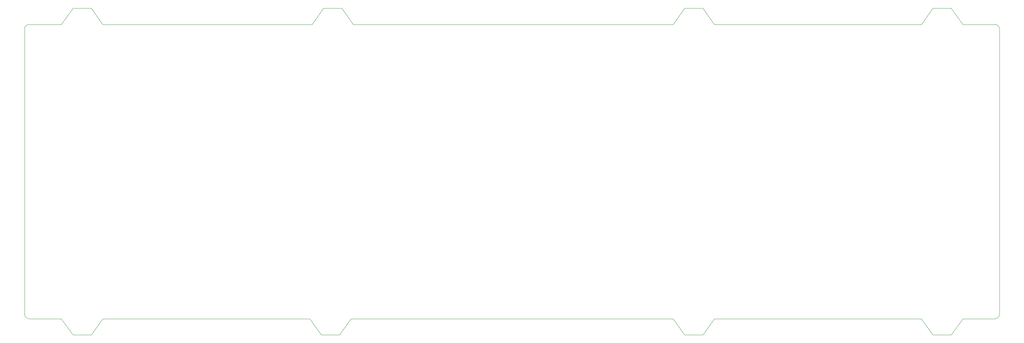
<source format=gbr>
G04 #@! TF.GenerationSoftware,KiCad,Pcbnew,(5.1.4-0)*
G04 #@! TF.CreationDate,2021-10-24T15:44:52-05:00*
G04 #@! TF.ProjectId,bottom_plate,626f7474-6f6d-45f7-906c-6174652e6b69,rev?*
G04 #@! TF.SameCoordinates,Original*
G04 #@! TF.FileFunction,Profile,NP*
%FSLAX46Y46*%
G04 Gerber Fmt 4.6, Leading zero omitted, Abs format (unit mm)*
G04 Created by KiCad (PCBNEW (5.1.4-0)) date 2021-10-24 15:44:52*
%MOMM*%
%LPD*%
G04 APERTURE LIST*
%ADD10C,0.050000*%
G04 APERTURE END LIST*
D10*
X317328058Y-36301704D02*
X322090562Y-36301704D01*
X325067122Y-40468888D02*
X322090741Y-36301704D01*
X314351506Y-40468888D02*
X317328058Y-36301704D01*
X397695186Y-40468952D02*
G75*
G02X398885810Y-41659576I0J-1190624D01*
G01*
X398885810Y-115478264D02*
G75*
G02X397695186Y-116668888I-1190624J0D01*
G01*
X147664146Y-116668888D02*
G75*
G02X146473522Y-115478264I0J1190624D01*
G01*
X146473522Y-41659576D02*
G75*
G02X147664146Y-40468952I1190624J0D01*
G01*
X166714130Y-116668952D02*
X163737375Y-120836072D01*
X155998514Y-116668888D02*
X158974871Y-120836072D01*
X163737375Y-120836072D02*
X158974871Y-120836072D01*
X231007826Y-116668952D02*
X228031266Y-120836072D01*
X220292210Y-116668888D02*
X223268675Y-120836072D01*
X228031179Y-120836072D02*
X223268675Y-120836072D01*
X325067122Y-116668888D02*
X322090633Y-120836072D01*
X314351506Y-116668888D02*
X317328066Y-120836072D01*
X322090570Y-120836072D02*
X317328066Y-120836072D01*
X389360818Y-116668952D02*
X386384258Y-120836072D01*
X378645202Y-116668888D02*
X381621754Y-120836072D01*
X386384258Y-120836072D02*
X381621754Y-120836072D01*
X378645202Y-40468952D02*
X381621754Y-36301768D01*
X389360818Y-40468952D02*
X386384437Y-36301768D01*
X381621754Y-36301768D02*
X386384258Y-36301768D01*
X220887522Y-40468952D02*
X223863988Y-36301768D01*
X231603138Y-40468952D02*
X228626492Y-36301768D01*
X223863988Y-36301768D02*
X228626492Y-36301768D01*
X166714130Y-40468888D02*
X163737570Y-36301768D01*
X155998514Y-40468952D02*
X147664146Y-40468952D01*
X158974871Y-36301768D02*
X163737375Y-36301768D01*
X155998514Y-40468952D02*
X158975074Y-36301768D01*
X389360818Y-116668952D02*
X397695186Y-116668888D01*
X325067122Y-116668888D02*
X378645202Y-116668952D01*
X231007826Y-116668952D02*
X314351506Y-116668888D01*
X166714130Y-116669016D02*
X220292210Y-116668888D01*
X147664146Y-116668888D02*
X155998514Y-116668888D01*
X146473522Y-41659576D02*
X146473522Y-115478264D01*
X220887522Y-40468888D02*
X166714130Y-40468888D01*
X314351506Y-40468888D02*
X231603138Y-40468888D01*
X378645202Y-40468952D02*
X325067122Y-40468888D01*
X397695186Y-40468952D02*
X389360818Y-40468888D01*
X398885810Y-115478264D02*
X398885810Y-41659576D01*
M02*

</source>
